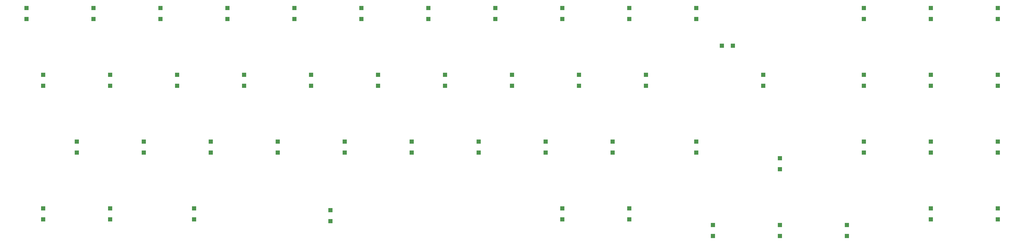
<source format=gbr>
G04 #@! TF.GenerationSoftware,KiCad,Pcbnew,(5.0.0-3-g5ebb6b6)*
G04 #@! TF.CreationDate,2019-05-05T10:35:57-03:00*
G04 #@! TF.ProjectId,elongate,656C6F6E676174652E6B696361645F70,rev?*
G04 #@! TF.SameCoordinates,Original*
G04 #@! TF.FileFunction,Paste,Top*
G04 #@! TF.FilePolarity,Positive*
%FSLAX46Y46*%
G04 Gerber Fmt 4.6, Leading zero omitted, Abs format (unit mm)*
G04 Created by KiCad (PCBNEW (5.0.0-3-g5ebb6b6)) date 2019 May 05, Sunday 10:35:57*
%MOMM*%
%LPD*%
G01*
G04 APERTURE LIST*
%ADD10R,1.200000X1.200000*%
G04 APERTURE END LIST*
D10*
G04 #@! TO.C,D_TAB*
X19550000Y-11600000D03*
X19550000Y-8450000D03*
G04 #@! TD*
G04 #@! TO.C,D_Q*
X38600000Y-11600000D03*
X38600000Y-8450000D03*
G04 #@! TD*
G04 #@! TO.C,D_W*
X57650000Y-11600000D03*
X57650000Y-8450000D03*
G04 #@! TD*
G04 #@! TO.C,D_E*
X76700000Y-11600000D03*
X76700000Y-8450000D03*
G04 #@! TD*
G04 #@! TO.C,D_R*
X95750000Y-11600000D03*
X95750000Y-8450000D03*
G04 #@! TD*
G04 #@! TO.C,D_T*
X114800000Y-11600000D03*
X114800000Y-8450000D03*
G04 #@! TD*
G04 #@! TO.C,D_Y*
X133850000Y-11600000D03*
X133850000Y-8450000D03*
G04 #@! TD*
G04 #@! TO.C,D_U*
X152900000Y-11600000D03*
X152900000Y-8450000D03*
G04 #@! TD*
G04 #@! TO.C,D_I*
X171950000Y-11600000D03*
X171950000Y-8450000D03*
G04 #@! TD*
G04 #@! TO.C,D_O*
X191000000Y-11600000D03*
X191000000Y-8450000D03*
G04 #@! TD*
G04 #@! TO.C,D_P*
X210050000Y-11600000D03*
X210050000Y-8450000D03*
G04 #@! TD*
G04 #@! TO.C,D_BS*
X220475000Y-19200000D03*
X217325000Y-19200000D03*
G04 #@! TD*
G04 #@! TO.C,D_7*
X257675000Y-11600000D03*
X257675000Y-8450000D03*
G04 #@! TD*
G04 #@! TO.C,D_8*
X276725000Y-11600000D03*
X276725000Y-8450000D03*
G04 #@! TD*
G04 #@! TO.C,D_9*
X295775000Y-11600000D03*
X295775000Y-8450000D03*
G04 #@! TD*
G04 #@! TO.C,D_CTRL*
X24312500Y-30650000D03*
X24312500Y-27500000D03*
G04 #@! TD*
G04 #@! TO.C,D_A*
X43362500Y-30650000D03*
X43362500Y-27500000D03*
G04 #@! TD*
G04 #@! TO.C,D_S*
X62412500Y-30650000D03*
X62412500Y-27500000D03*
G04 #@! TD*
G04 #@! TO.C,D_D*
X81462500Y-30650000D03*
X81462500Y-27500000D03*
G04 #@! TD*
G04 #@! TO.C,D_F*
X100512500Y-30650000D03*
X100512500Y-27500000D03*
G04 #@! TD*
G04 #@! TO.C,D_G*
X119562500Y-30650000D03*
X119562500Y-27500000D03*
G04 #@! TD*
G04 #@! TO.C,D_H*
X138612500Y-30650000D03*
X138612500Y-27500000D03*
G04 #@! TD*
G04 #@! TO.C,D_J*
X157662500Y-30650000D03*
X157662500Y-27500000D03*
G04 #@! TD*
G04 #@! TO.C,D_K*
X176712500Y-30650000D03*
X176712500Y-27500000D03*
G04 #@! TD*
G04 #@! TO.C,D_L*
X195762500Y-30650000D03*
X195762500Y-27500000D03*
G04 #@! TD*
G04 #@! TO.C,D_ENTER*
X229100000Y-30650000D03*
X229100000Y-27500000D03*
G04 #@! TD*
G04 #@! TO.C,D_4*
X257675000Y-30650000D03*
X257675000Y-27500000D03*
G04 #@! TD*
G04 #@! TO.C,D_5*
X276725000Y-30650000D03*
X276725000Y-27500000D03*
G04 #@! TD*
G04 #@! TO.C,D_6*
X295775000Y-30650000D03*
X295775000Y-27500000D03*
G04 #@! TD*
G04 #@! TO.C,D_SHIFT*
X33837500Y-49700000D03*
X33837500Y-46550000D03*
G04 #@! TD*
G04 #@! TO.C,D_Z*
X52887500Y-49700000D03*
X52887500Y-46550000D03*
G04 #@! TD*
G04 #@! TO.C,D_X*
X71937500Y-49700000D03*
X71937500Y-46550000D03*
G04 #@! TD*
G04 #@! TO.C,D_C*
X90987500Y-49700000D03*
X90987500Y-46550000D03*
G04 #@! TD*
G04 #@! TO.C,D_V*
X110037500Y-49700000D03*
X110037500Y-46550000D03*
G04 #@! TD*
G04 #@! TO.C,D_B*
X129087500Y-49700000D03*
X129087500Y-46550000D03*
G04 #@! TD*
G04 #@! TO.C,D_N*
X148137500Y-49700000D03*
X148137500Y-46550000D03*
G04 #@! TD*
G04 #@! TO.C,D_M*
X167187500Y-49700000D03*
X167187500Y-46550000D03*
G04 #@! TD*
G04 #@! TO.C,D_COMMA*
X186237500Y-49700000D03*
X186237500Y-46550000D03*
G04 #@! TD*
G04 #@! TO.C,D_FN1*
X210050000Y-49700000D03*
X210050000Y-46550000D03*
G04 #@! TD*
G04 #@! TO.C,D_UP*
X233862500Y-54462500D03*
X233862500Y-51312500D03*
G04 #@! TD*
G04 #@! TO.C,D_1*
X257675000Y-49700000D03*
X257675000Y-46550000D03*
G04 #@! TD*
G04 #@! TO.C,D_2*
X276725000Y-49700000D03*
X276725000Y-46550000D03*
G04 #@! TD*
G04 #@! TO.C,D_3*
X295775000Y-49700000D03*
X295775000Y-46550000D03*
G04 #@! TD*
G04 #@! TO.C,D_CTRL1*
X24312500Y-68750000D03*
X24312500Y-65600000D03*
G04 #@! TD*
G04 #@! TO.C,D_WIN*
X43362500Y-68750000D03*
X43362500Y-65600000D03*
G04 #@! TD*
G04 #@! TO.C,D_ALT*
X67175000Y-68750000D03*
X67175000Y-65600000D03*
G04 #@! TD*
G04 #@! TO.C,D_FN2*
X106000000Y-69275000D03*
X106000000Y-66125000D03*
G04 #@! TD*
G04 #@! TO.C,D_SPACE*
X171950000Y-68750000D03*
X171950000Y-65600000D03*
G04 #@! TD*
G04 #@! TO.C,D_ALT1*
X191000000Y-68750000D03*
X191000000Y-65600000D03*
G04 #@! TD*
G04 #@! TO.C,D_LEFT*
X214812500Y-73512500D03*
X214812500Y-70362500D03*
G04 #@! TD*
G04 #@! TO.C,D_DOWN*
X233862500Y-73512500D03*
X233862500Y-70362500D03*
G04 #@! TD*
G04 #@! TO.C,D_RIGHT*
X252912500Y-73512500D03*
X252912500Y-70362500D03*
G04 #@! TD*
G04 #@! TO.C,D_0*
X276725000Y-68750000D03*
X276725000Y-65600000D03*
G04 #@! TD*
G04 #@! TO.C,D_DOT*
X295775000Y-68750000D03*
X295775000Y-65600000D03*
G04 #@! TD*
M02*

</source>
